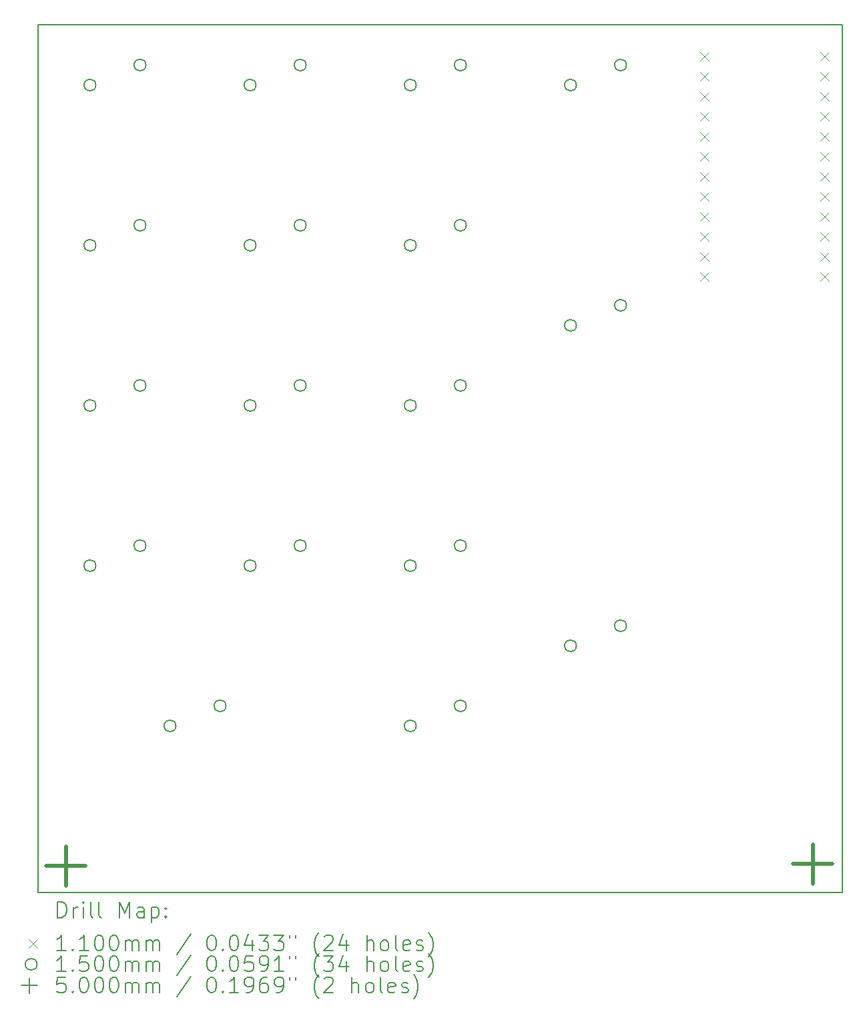
<source format=gbr>
%TF.GenerationSoftware,KiCad,Pcbnew,8.0.3*%
%TF.CreationDate,2024-06-20T00:29:53+02:00*%
%TF.ProjectId,macro=REV2,6d616372-6f3d-4524-9556-322e6b696361,2*%
%TF.SameCoordinates,Original*%
%TF.FileFunction,Drillmap*%
%TF.FilePolarity,Positive*%
%FSLAX45Y45*%
G04 Gerber Fmt 4.5, Leading zero omitted, Abs format (unit mm)*
G04 Created by KiCad (PCBNEW 8.0.3) date 2024-06-20 00:29:53*
%MOMM*%
%LPD*%
G01*
G04 APERTURE LIST*
%ADD10C,0.200000*%
%ADD11C,0.110000*%
%ADD12C,0.150000*%
%ADD13C,0.500000*%
G04 APERTURE END LIST*
D10*
X6070600Y-2032000D02*
X16270600Y-2032000D01*
X16270600Y-13032000D01*
X6070600Y-13032000D01*
X6070600Y-2032000D01*
D11*
X14475000Y-2375000D02*
X14585000Y-2485000D01*
X14585000Y-2375000D02*
X14475000Y-2485000D01*
X14475000Y-2629000D02*
X14585000Y-2739000D01*
X14585000Y-2629000D02*
X14475000Y-2739000D01*
X14475000Y-2883000D02*
X14585000Y-2993000D01*
X14585000Y-2883000D02*
X14475000Y-2993000D01*
X14475000Y-3137000D02*
X14585000Y-3247000D01*
X14585000Y-3137000D02*
X14475000Y-3247000D01*
X14475000Y-3391000D02*
X14585000Y-3501000D01*
X14585000Y-3391000D02*
X14475000Y-3501000D01*
X14475000Y-3645000D02*
X14585000Y-3755000D01*
X14585000Y-3645000D02*
X14475000Y-3755000D01*
X14475000Y-3899000D02*
X14585000Y-4009000D01*
X14585000Y-3899000D02*
X14475000Y-4009000D01*
X14475000Y-4153000D02*
X14585000Y-4263000D01*
X14585000Y-4153000D02*
X14475000Y-4263000D01*
X14475000Y-4407000D02*
X14585000Y-4517000D01*
X14585000Y-4407000D02*
X14475000Y-4517000D01*
X14475000Y-4661000D02*
X14585000Y-4771000D01*
X14585000Y-4661000D02*
X14475000Y-4771000D01*
X14475000Y-4915000D02*
X14585000Y-5025000D01*
X14585000Y-4915000D02*
X14475000Y-5025000D01*
X14475000Y-5169000D02*
X14585000Y-5279000D01*
X14585000Y-5169000D02*
X14475000Y-5279000D01*
X15999000Y-2375000D02*
X16109000Y-2485000D01*
X16109000Y-2375000D02*
X15999000Y-2485000D01*
X15999000Y-2629000D02*
X16109000Y-2739000D01*
X16109000Y-2629000D02*
X15999000Y-2739000D01*
X15999000Y-2883000D02*
X16109000Y-2993000D01*
X16109000Y-2883000D02*
X15999000Y-2993000D01*
X15999000Y-3137000D02*
X16109000Y-3247000D01*
X16109000Y-3137000D02*
X15999000Y-3247000D01*
X15999000Y-3391000D02*
X16109000Y-3501000D01*
X16109000Y-3391000D02*
X15999000Y-3501000D01*
X15999000Y-3645000D02*
X16109000Y-3755000D01*
X16109000Y-3645000D02*
X15999000Y-3755000D01*
X15999000Y-3899000D02*
X16109000Y-4009000D01*
X16109000Y-3899000D02*
X15999000Y-4009000D01*
X15999000Y-4153000D02*
X16109000Y-4263000D01*
X16109000Y-4153000D02*
X15999000Y-4263000D01*
X15999000Y-4407000D02*
X16109000Y-4517000D01*
X16109000Y-4407000D02*
X15999000Y-4517000D01*
X15999000Y-4661000D02*
X16109000Y-4771000D01*
X16109000Y-4661000D02*
X15999000Y-4771000D01*
X15999000Y-4915000D02*
X16109000Y-5025000D01*
X16109000Y-4915000D02*
X15999000Y-5025000D01*
X15999000Y-5169000D02*
X16109000Y-5279000D01*
X16109000Y-5169000D02*
X15999000Y-5279000D01*
D12*
X6806000Y-2794000D02*
G75*
G02*
X6656000Y-2794000I-75000J0D01*
G01*
X6656000Y-2794000D02*
G75*
G02*
X6806000Y-2794000I75000J0D01*
G01*
X6806000Y-4826000D02*
G75*
G02*
X6656000Y-4826000I-75000J0D01*
G01*
X6656000Y-4826000D02*
G75*
G02*
X6806000Y-4826000I75000J0D01*
G01*
X6806000Y-6858000D02*
G75*
G02*
X6656000Y-6858000I-75000J0D01*
G01*
X6656000Y-6858000D02*
G75*
G02*
X6806000Y-6858000I75000J0D01*
G01*
X6806000Y-8890000D02*
G75*
G02*
X6656000Y-8890000I-75000J0D01*
G01*
X6656000Y-8890000D02*
G75*
G02*
X6806000Y-8890000I75000J0D01*
G01*
X7441000Y-2540000D02*
G75*
G02*
X7291000Y-2540000I-75000J0D01*
G01*
X7291000Y-2540000D02*
G75*
G02*
X7441000Y-2540000I75000J0D01*
G01*
X7441000Y-4572000D02*
G75*
G02*
X7291000Y-4572000I-75000J0D01*
G01*
X7291000Y-4572000D02*
G75*
G02*
X7441000Y-4572000I75000J0D01*
G01*
X7441000Y-6604000D02*
G75*
G02*
X7291000Y-6604000I-75000J0D01*
G01*
X7291000Y-6604000D02*
G75*
G02*
X7441000Y-6604000I75000J0D01*
G01*
X7441000Y-8636000D02*
G75*
G02*
X7291000Y-8636000I-75000J0D01*
G01*
X7291000Y-8636000D02*
G75*
G02*
X7441000Y-8636000I75000J0D01*
G01*
X7822000Y-10922000D02*
G75*
G02*
X7672000Y-10922000I-75000J0D01*
G01*
X7672000Y-10922000D02*
G75*
G02*
X7822000Y-10922000I75000J0D01*
G01*
X8457000Y-10668000D02*
G75*
G02*
X8307000Y-10668000I-75000J0D01*
G01*
X8307000Y-10668000D02*
G75*
G02*
X8457000Y-10668000I75000J0D01*
G01*
X8838000Y-2794000D02*
G75*
G02*
X8688000Y-2794000I-75000J0D01*
G01*
X8688000Y-2794000D02*
G75*
G02*
X8838000Y-2794000I75000J0D01*
G01*
X8838000Y-4826000D02*
G75*
G02*
X8688000Y-4826000I-75000J0D01*
G01*
X8688000Y-4826000D02*
G75*
G02*
X8838000Y-4826000I75000J0D01*
G01*
X8838000Y-6858000D02*
G75*
G02*
X8688000Y-6858000I-75000J0D01*
G01*
X8688000Y-6858000D02*
G75*
G02*
X8838000Y-6858000I75000J0D01*
G01*
X8838000Y-8890000D02*
G75*
G02*
X8688000Y-8890000I-75000J0D01*
G01*
X8688000Y-8890000D02*
G75*
G02*
X8838000Y-8890000I75000J0D01*
G01*
X9473000Y-2540000D02*
G75*
G02*
X9323000Y-2540000I-75000J0D01*
G01*
X9323000Y-2540000D02*
G75*
G02*
X9473000Y-2540000I75000J0D01*
G01*
X9473000Y-4572000D02*
G75*
G02*
X9323000Y-4572000I-75000J0D01*
G01*
X9323000Y-4572000D02*
G75*
G02*
X9473000Y-4572000I75000J0D01*
G01*
X9473000Y-6604000D02*
G75*
G02*
X9323000Y-6604000I-75000J0D01*
G01*
X9323000Y-6604000D02*
G75*
G02*
X9473000Y-6604000I75000J0D01*
G01*
X9473000Y-8636000D02*
G75*
G02*
X9323000Y-8636000I-75000J0D01*
G01*
X9323000Y-8636000D02*
G75*
G02*
X9473000Y-8636000I75000J0D01*
G01*
X10870000Y-2794000D02*
G75*
G02*
X10720000Y-2794000I-75000J0D01*
G01*
X10720000Y-2794000D02*
G75*
G02*
X10870000Y-2794000I75000J0D01*
G01*
X10870000Y-4826000D02*
G75*
G02*
X10720000Y-4826000I-75000J0D01*
G01*
X10720000Y-4826000D02*
G75*
G02*
X10870000Y-4826000I75000J0D01*
G01*
X10870000Y-6858000D02*
G75*
G02*
X10720000Y-6858000I-75000J0D01*
G01*
X10720000Y-6858000D02*
G75*
G02*
X10870000Y-6858000I75000J0D01*
G01*
X10870000Y-8890000D02*
G75*
G02*
X10720000Y-8890000I-75000J0D01*
G01*
X10720000Y-8890000D02*
G75*
G02*
X10870000Y-8890000I75000J0D01*
G01*
X10870000Y-10922000D02*
G75*
G02*
X10720000Y-10922000I-75000J0D01*
G01*
X10720000Y-10922000D02*
G75*
G02*
X10870000Y-10922000I75000J0D01*
G01*
X11505000Y-2540000D02*
G75*
G02*
X11355000Y-2540000I-75000J0D01*
G01*
X11355000Y-2540000D02*
G75*
G02*
X11505000Y-2540000I75000J0D01*
G01*
X11505000Y-4572000D02*
G75*
G02*
X11355000Y-4572000I-75000J0D01*
G01*
X11355000Y-4572000D02*
G75*
G02*
X11505000Y-4572000I75000J0D01*
G01*
X11505000Y-6604000D02*
G75*
G02*
X11355000Y-6604000I-75000J0D01*
G01*
X11355000Y-6604000D02*
G75*
G02*
X11505000Y-6604000I75000J0D01*
G01*
X11505000Y-8636000D02*
G75*
G02*
X11355000Y-8636000I-75000J0D01*
G01*
X11355000Y-8636000D02*
G75*
G02*
X11505000Y-8636000I75000J0D01*
G01*
X11505000Y-10668000D02*
G75*
G02*
X11355000Y-10668000I-75000J0D01*
G01*
X11355000Y-10668000D02*
G75*
G02*
X11505000Y-10668000I75000J0D01*
G01*
X12902000Y-2794000D02*
G75*
G02*
X12752000Y-2794000I-75000J0D01*
G01*
X12752000Y-2794000D02*
G75*
G02*
X12902000Y-2794000I75000J0D01*
G01*
X12902000Y-5842000D02*
G75*
G02*
X12752000Y-5842000I-75000J0D01*
G01*
X12752000Y-5842000D02*
G75*
G02*
X12902000Y-5842000I75000J0D01*
G01*
X12902000Y-9906000D02*
G75*
G02*
X12752000Y-9906000I-75000J0D01*
G01*
X12752000Y-9906000D02*
G75*
G02*
X12902000Y-9906000I75000J0D01*
G01*
X13537000Y-2540000D02*
G75*
G02*
X13387000Y-2540000I-75000J0D01*
G01*
X13387000Y-2540000D02*
G75*
G02*
X13537000Y-2540000I75000J0D01*
G01*
X13537000Y-5588000D02*
G75*
G02*
X13387000Y-5588000I-75000J0D01*
G01*
X13387000Y-5588000D02*
G75*
G02*
X13537000Y-5588000I75000J0D01*
G01*
X13537000Y-9652000D02*
G75*
G02*
X13387000Y-9652000I-75000J0D01*
G01*
X13387000Y-9652000D02*
G75*
G02*
X13537000Y-9652000I75000J0D01*
G01*
D13*
X6425000Y-12450000D02*
X6425000Y-12950000D01*
X6175000Y-12700000D02*
X6675000Y-12700000D01*
X15900000Y-12425000D02*
X15900000Y-12925000D01*
X15650000Y-12675000D02*
X16150000Y-12675000D01*
D10*
X6321377Y-13353484D02*
X6321377Y-13153484D01*
X6321377Y-13153484D02*
X6368996Y-13153484D01*
X6368996Y-13153484D02*
X6397567Y-13163008D01*
X6397567Y-13163008D02*
X6416615Y-13182055D01*
X6416615Y-13182055D02*
X6426139Y-13201103D01*
X6426139Y-13201103D02*
X6435662Y-13239198D01*
X6435662Y-13239198D02*
X6435662Y-13267769D01*
X6435662Y-13267769D02*
X6426139Y-13305865D01*
X6426139Y-13305865D02*
X6416615Y-13324912D01*
X6416615Y-13324912D02*
X6397567Y-13343960D01*
X6397567Y-13343960D02*
X6368996Y-13353484D01*
X6368996Y-13353484D02*
X6321377Y-13353484D01*
X6521377Y-13353484D02*
X6521377Y-13220150D01*
X6521377Y-13258246D02*
X6530901Y-13239198D01*
X6530901Y-13239198D02*
X6540424Y-13229674D01*
X6540424Y-13229674D02*
X6559472Y-13220150D01*
X6559472Y-13220150D02*
X6578520Y-13220150D01*
X6645186Y-13353484D02*
X6645186Y-13220150D01*
X6645186Y-13153484D02*
X6635662Y-13163008D01*
X6635662Y-13163008D02*
X6645186Y-13172531D01*
X6645186Y-13172531D02*
X6654710Y-13163008D01*
X6654710Y-13163008D02*
X6645186Y-13153484D01*
X6645186Y-13153484D02*
X6645186Y-13172531D01*
X6768996Y-13353484D02*
X6749948Y-13343960D01*
X6749948Y-13343960D02*
X6740424Y-13324912D01*
X6740424Y-13324912D02*
X6740424Y-13153484D01*
X6873758Y-13353484D02*
X6854710Y-13343960D01*
X6854710Y-13343960D02*
X6845186Y-13324912D01*
X6845186Y-13324912D02*
X6845186Y-13153484D01*
X7102329Y-13353484D02*
X7102329Y-13153484D01*
X7102329Y-13153484D02*
X7168996Y-13296341D01*
X7168996Y-13296341D02*
X7235662Y-13153484D01*
X7235662Y-13153484D02*
X7235662Y-13353484D01*
X7416615Y-13353484D02*
X7416615Y-13248722D01*
X7416615Y-13248722D02*
X7407091Y-13229674D01*
X7407091Y-13229674D02*
X7388043Y-13220150D01*
X7388043Y-13220150D02*
X7349948Y-13220150D01*
X7349948Y-13220150D02*
X7330901Y-13229674D01*
X7416615Y-13343960D02*
X7397567Y-13353484D01*
X7397567Y-13353484D02*
X7349948Y-13353484D01*
X7349948Y-13353484D02*
X7330901Y-13343960D01*
X7330901Y-13343960D02*
X7321377Y-13324912D01*
X7321377Y-13324912D02*
X7321377Y-13305865D01*
X7321377Y-13305865D02*
X7330901Y-13286817D01*
X7330901Y-13286817D02*
X7349948Y-13277293D01*
X7349948Y-13277293D02*
X7397567Y-13277293D01*
X7397567Y-13277293D02*
X7416615Y-13267769D01*
X7511853Y-13220150D02*
X7511853Y-13420150D01*
X7511853Y-13229674D02*
X7530901Y-13220150D01*
X7530901Y-13220150D02*
X7568996Y-13220150D01*
X7568996Y-13220150D02*
X7588043Y-13229674D01*
X7588043Y-13229674D02*
X7597567Y-13239198D01*
X7597567Y-13239198D02*
X7607091Y-13258246D01*
X7607091Y-13258246D02*
X7607091Y-13315388D01*
X7607091Y-13315388D02*
X7597567Y-13334436D01*
X7597567Y-13334436D02*
X7588043Y-13343960D01*
X7588043Y-13343960D02*
X7568996Y-13353484D01*
X7568996Y-13353484D02*
X7530901Y-13353484D01*
X7530901Y-13353484D02*
X7511853Y-13343960D01*
X7692805Y-13334436D02*
X7702329Y-13343960D01*
X7702329Y-13343960D02*
X7692805Y-13353484D01*
X7692805Y-13353484D02*
X7683282Y-13343960D01*
X7683282Y-13343960D02*
X7692805Y-13334436D01*
X7692805Y-13334436D02*
X7692805Y-13353484D01*
X7692805Y-13229674D02*
X7702329Y-13239198D01*
X7702329Y-13239198D02*
X7692805Y-13248722D01*
X7692805Y-13248722D02*
X7683282Y-13239198D01*
X7683282Y-13239198D02*
X7692805Y-13229674D01*
X7692805Y-13229674D02*
X7692805Y-13248722D01*
D11*
X5950600Y-13627000D02*
X6060600Y-13737000D01*
X6060600Y-13627000D02*
X5950600Y-13737000D01*
D10*
X6426139Y-13773484D02*
X6311853Y-13773484D01*
X6368996Y-13773484D02*
X6368996Y-13573484D01*
X6368996Y-13573484D02*
X6349948Y-13602055D01*
X6349948Y-13602055D02*
X6330901Y-13621103D01*
X6330901Y-13621103D02*
X6311853Y-13630627D01*
X6511853Y-13754436D02*
X6521377Y-13763960D01*
X6521377Y-13763960D02*
X6511853Y-13773484D01*
X6511853Y-13773484D02*
X6502329Y-13763960D01*
X6502329Y-13763960D02*
X6511853Y-13754436D01*
X6511853Y-13754436D02*
X6511853Y-13773484D01*
X6711853Y-13773484D02*
X6597567Y-13773484D01*
X6654710Y-13773484D02*
X6654710Y-13573484D01*
X6654710Y-13573484D02*
X6635662Y-13602055D01*
X6635662Y-13602055D02*
X6616615Y-13621103D01*
X6616615Y-13621103D02*
X6597567Y-13630627D01*
X6835662Y-13573484D02*
X6854710Y-13573484D01*
X6854710Y-13573484D02*
X6873758Y-13583008D01*
X6873758Y-13583008D02*
X6883282Y-13592531D01*
X6883282Y-13592531D02*
X6892805Y-13611579D01*
X6892805Y-13611579D02*
X6902329Y-13649674D01*
X6902329Y-13649674D02*
X6902329Y-13697293D01*
X6902329Y-13697293D02*
X6892805Y-13735388D01*
X6892805Y-13735388D02*
X6883282Y-13754436D01*
X6883282Y-13754436D02*
X6873758Y-13763960D01*
X6873758Y-13763960D02*
X6854710Y-13773484D01*
X6854710Y-13773484D02*
X6835662Y-13773484D01*
X6835662Y-13773484D02*
X6816615Y-13763960D01*
X6816615Y-13763960D02*
X6807091Y-13754436D01*
X6807091Y-13754436D02*
X6797567Y-13735388D01*
X6797567Y-13735388D02*
X6788043Y-13697293D01*
X6788043Y-13697293D02*
X6788043Y-13649674D01*
X6788043Y-13649674D02*
X6797567Y-13611579D01*
X6797567Y-13611579D02*
X6807091Y-13592531D01*
X6807091Y-13592531D02*
X6816615Y-13583008D01*
X6816615Y-13583008D02*
X6835662Y-13573484D01*
X7026139Y-13573484D02*
X7045186Y-13573484D01*
X7045186Y-13573484D02*
X7064234Y-13583008D01*
X7064234Y-13583008D02*
X7073758Y-13592531D01*
X7073758Y-13592531D02*
X7083282Y-13611579D01*
X7083282Y-13611579D02*
X7092805Y-13649674D01*
X7092805Y-13649674D02*
X7092805Y-13697293D01*
X7092805Y-13697293D02*
X7083282Y-13735388D01*
X7083282Y-13735388D02*
X7073758Y-13754436D01*
X7073758Y-13754436D02*
X7064234Y-13763960D01*
X7064234Y-13763960D02*
X7045186Y-13773484D01*
X7045186Y-13773484D02*
X7026139Y-13773484D01*
X7026139Y-13773484D02*
X7007091Y-13763960D01*
X7007091Y-13763960D02*
X6997567Y-13754436D01*
X6997567Y-13754436D02*
X6988043Y-13735388D01*
X6988043Y-13735388D02*
X6978520Y-13697293D01*
X6978520Y-13697293D02*
X6978520Y-13649674D01*
X6978520Y-13649674D02*
X6988043Y-13611579D01*
X6988043Y-13611579D02*
X6997567Y-13592531D01*
X6997567Y-13592531D02*
X7007091Y-13583008D01*
X7007091Y-13583008D02*
X7026139Y-13573484D01*
X7178520Y-13773484D02*
X7178520Y-13640150D01*
X7178520Y-13659198D02*
X7188043Y-13649674D01*
X7188043Y-13649674D02*
X7207091Y-13640150D01*
X7207091Y-13640150D02*
X7235663Y-13640150D01*
X7235663Y-13640150D02*
X7254710Y-13649674D01*
X7254710Y-13649674D02*
X7264234Y-13668722D01*
X7264234Y-13668722D02*
X7264234Y-13773484D01*
X7264234Y-13668722D02*
X7273758Y-13649674D01*
X7273758Y-13649674D02*
X7292805Y-13640150D01*
X7292805Y-13640150D02*
X7321377Y-13640150D01*
X7321377Y-13640150D02*
X7340424Y-13649674D01*
X7340424Y-13649674D02*
X7349948Y-13668722D01*
X7349948Y-13668722D02*
X7349948Y-13773484D01*
X7445186Y-13773484D02*
X7445186Y-13640150D01*
X7445186Y-13659198D02*
X7454710Y-13649674D01*
X7454710Y-13649674D02*
X7473758Y-13640150D01*
X7473758Y-13640150D02*
X7502329Y-13640150D01*
X7502329Y-13640150D02*
X7521377Y-13649674D01*
X7521377Y-13649674D02*
X7530901Y-13668722D01*
X7530901Y-13668722D02*
X7530901Y-13773484D01*
X7530901Y-13668722D02*
X7540424Y-13649674D01*
X7540424Y-13649674D02*
X7559472Y-13640150D01*
X7559472Y-13640150D02*
X7588043Y-13640150D01*
X7588043Y-13640150D02*
X7607091Y-13649674D01*
X7607091Y-13649674D02*
X7616615Y-13668722D01*
X7616615Y-13668722D02*
X7616615Y-13773484D01*
X8007091Y-13563960D02*
X7835663Y-13821103D01*
X8264234Y-13573484D02*
X8283282Y-13573484D01*
X8283282Y-13573484D02*
X8302329Y-13583008D01*
X8302329Y-13583008D02*
X8311853Y-13592531D01*
X8311853Y-13592531D02*
X8321377Y-13611579D01*
X8321377Y-13611579D02*
X8330901Y-13649674D01*
X8330901Y-13649674D02*
X8330901Y-13697293D01*
X8330901Y-13697293D02*
X8321377Y-13735388D01*
X8321377Y-13735388D02*
X8311853Y-13754436D01*
X8311853Y-13754436D02*
X8302329Y-13763960D01*
X8302329Y-13763960D02*
X8283282Y-13773484D01*
X8283282Y-13773484D02*
X8264234Y-13773484D01*
X8264234Y-13773484D02*
X8245186Y-13763960D01*
X8245186Y-13763960D02*
X8235663Y-13754436D01*
X8235663Y-13754436D02*
X8226139Y-13735388D01*
X8226139Y-13735388D02*
X8216615Y-13697293D01*
X8216615Y-13697293D02*
X8216615Y-13649674D01*
X8216615Y-13649674D02*
X8226139Y-13611579D01*
X8226139Y-13611579D02*
X8235663Y-13592531D01*
X8235663Y-13592531D02*
X8245186Y-13583008D01*
X8245186Y-13583008D02*
X8264234Y-13573484D01*
X8416615Y-13754436D02*
X8426139Y-13763960D01*
X8426139Y-13763960D02*
X8416615Y-13773484D01*
X8416615Y-13773484D02*
X8407091Y-13763960D01*
X8407091Y-13763960D02*
X8416615Y-13754436D01*
X8416615Y-13754436D02*
X8416615Y-13773484D01*
X8549948Y-13573484D02*
X8568996Y-13573484D01*
X8568996Y-13573484D02*
X8588044Y-13583008D01*
X8588044Y-13583008D02*
X8597568Y-13592531D01*
X8597568Y-13592531D02*
X8607091Y-13611579D01*
X8607091Y-13611579D02*
X8616615Y-13649674D01*
X8616615Y-13649674D02*
X8616615Y-13697293D01*
X8616615Y-13697293D02*
X8607091Y-13735388D01*
X8607091Y-13735388D02*
X8597568Y-13754436D01*
X8597568Y-13754436D02*
X8588044Y-13763960D01*
X8588044Y-13763960D02*
X8568996Y-13773484D01*
X8568996Y-13773484D02*
X8549948Y-13773484D01*
X8549948Y-13773484D02*
X8530901Y-13763960D01*
X8530901Y-13763960D02*
X8521377Y-13754436D01*
X8521377Y-13754436D02*
X8511853Y-13735388D01*
X8511853Y-13735388D02*
X8502329Y-13697293D01*
X8502329Y-13697293D02*
X8502329Y-13649674D01*
X8502329Y-13649674D02*
X8511853Y-13611579D01*
X8511853Y-13611579D02*
X8521377Y-13592531D01*
X8521377Y-13592531D02*
X8530901Y-13583008D01*
X8530901Y-13583008D02*
X8549948Y-13573484D01*
X8788044Y-13640150D02*
X8788044Y-13773484D01*
X8740425Y-13563960D02*
X8692806Y-13706817D01*
X8692806Y-13706817D02*
X8816615Y-13706817D01*
X8873758Y-13573484D02*
X8997568Y-13573484D01*
X8997568Y-13573484D02*
X8930901Y-13649674D01*
X8930901Y-13649674D02*
X8959472Y-13649674D01*
X8959472Y-13649674D02*
X8978520Y-13659198D01*
X8978520Y-13659198D02*
X8988044Y-13668722D01*
X8988044Y-13668722D02*
X8997568Y-13687769D01*
X8997568Y-13687769D02*
X8997568Y-13735388D01*
X8997568Y-13735388D02*
X8988044Y-13754436D01*
X8988044Y-13754436D02*
X8978520Y-13763960D01*
X8978520Y-13763960D02*
X8959472Y-13773484D01*
X8959472Y-13773484D02*
X8902329Y-13773484D01*
X8902329Y-13773484D02*
X8883282Y-13763960D01*
X8883282Y-13763960D02*
X8873758Y-13754436D01*
X9064234Y-13573484D02*
X9188044Y-13573484D01*
X9188044Y-13573484D02*
X9121377Y-13649674D01*
X9121377Y-13649674D02*
X9149949Y-13649674D01*
X9149949Y-13649674D02*
X9168996Y-13659198D01*
X9168996Y-13659198D02*
X9178520Y-13668722D01*
X9178520Y-13668722D02*
X9188044Y-13687769D01*
X9188044Y-13687769D02*
X9188044Y-13735388D01*
X9188044Y-13735388D02*
X9178520Y-13754436D01*
X9178520Y-13754436D02*
X9168996Y-13763960D01*
X9168996Y-13763960D02*
X9149949Y-13773484D01*
X9149949Y-13773484D02*
X9092806Y-13773484D01*
X9092806Y-13773484D02*
X9073758Y-13763960D01*
X9073758Y-13763960D02*
X9064234Y-13754436D01*
X9264234Y-13573484D02*
X9264234Y-13611579D01*
X9340425Y-13573484D02*
X9340425Y-13611579D01*
X9635663Y-13849674D02*
X9626139Y-13840150D01*
X9626139Y-13840150D02*
X9607091Y-13811579D01*
X9607091Y-13811579D02*
X9597568Y-13792531D01*
X9597568Y-13792531D02*
X9588044Y-13763960D01*
X9588044Y-13763960D02*
X9578520Y-13716341D01*
X9578520Y-13716341D02*
X9578520Y-13678246D01*
X9578520Y-13678246D02*
X9588044Y-13630627D01*
X9588044Y-13630627D02*
X9597568Y-13602055D01*
X9597568Y-13602055D02*
X9607091Y-13583008D01*
X9607091Y-13583008D02*
X9626139Y-13554436D01*
X9626139Y-13554436D02*
X9635663Y-13544912D01*
X9702330Y-13592531D02*
X9711853Y-13583008D01*
X9711853Y-13583008D02*
X9730901Y-13573484D01*
X9730901Y-13573484D02*
X9778520Y-13573484D01*
X9778520Y-13573484D02*
X9797568Y-13583008D01*
X9797568Y-13583008D02*
X9807091Y-13592531D01*
X9807091Y-13592531D02*
X9816615Y-13611579D01*
X9816615Y-13611579D02*
X9816615Y-13630627D01*
X9816615Y-13630627D02*
X9807091Y-13659198D01*
X9807091Y-13659198D02*
X9692806Y-13773484D01*
X9692806Y-13773484D02*
X9816615Y-13773484D01*
X9988044Y-13640150D02*
X9988044Y-13773484D01*
X9940425Y-13563960D02*
X9892806Y-13706817D01*
X9892806Y-13706817D02*
X10016615Y-13706817D01*
X10245187Y-13773484D02*
X10245187Y-13573484D01*
X10330901Y-13773484D02*
X10330901Y-13668722D01*
X10330901Y-13668722D02*
X10321377Y-13649674D01*
X10321377Y-13649674D02*
X10302330Y-13640150D01*
X10302330Y-13640150D02*
X10273758Y-13640150D01*
X10273758Y-13640150D02*
X10254711Y-13649674D01*
X10254711Y-13649674D02*
X10245187Y-13659198D01*
X10454711Y-13773484D02*
X10435663Y-13763960D01*
X10435663Y-13763960D02*
X10426139Y-13754436D01*
X10426139Y-13754436D02*
X10416615Y-13735388D01*
X10416615Y-13735388D02*
X10416615Y-13678246D01*
X10416615Y-13678246D02*
X10426139Y-13659198D01*
X10426139Y-13659198D02*
X10435663Y-13649674D01*
X10435663Y-13649674D02*
X10454711Y-13640150D01*
X10454711Y-13640150D02*
X10483282Y-13640150D01*
X10483282Y-13640150D02*
X10502330Y-13649674D01*
X10502330Y-13649674D02*
X10511853Y-13659198D01*
X10511853Y-13659198D02*
X10521377Y-13678246D01*
X10521377Y-13678246D02*
X10521377Y-13735388D01*
X10521377Y-13735388D02*
X10511853Y-13754436D01*
X10511853Y-13754436D02*
X10502330Y-13763960D01*
X10502330Y-13763960D02*
X10483282Y-13773484D01*
X10483282Y-13773484D02*
X10454711Y-13773484D01*
X10635663Y-13773484D02*
X10616615Y-13763960D01*
X10616615Y-13763960D02*
X10607092Y-13744912D01*
X10607092Y-13744912D02*
X10607092Y-13573484D01*
X10788044Y-13763960D02*
X10768996Y-13773484D01*
X10768996Y-13773484D02*
X10730901Y-13773484D01*
X10730901Y-13773484D02*
X10711853Y-13763960D01*
X10711853Y-13763960D02*
X10702330Y-13744912D01*
X10702330Y-13744912D02*
X10702330Y-13668722D01*
X10702330Y-13668722D02*
X10711853Y-13649674D01*
X10711853Y-13649674D02*
X10730901Y-13640150D01*
X10730901Y-13640150D02*
X10768996Y-13640150D01*
X10768996Y-13640150D02*
X10788044Y-13649674D01*
X10788044Y-13649674D02*
X10797568Y-13668722D01*
X10797568Y-13668722D02*
X10797568Y-13687769D01*
X10797568Y-13687769D02*
X10702330Y-13706817D01*
X10873758Y-13763960D02*
X10892806Y-13773484D01*
X10892806Y-13773484D02*
X10930901Y-13773484D01*
X10930901Y-13773484D02*
X10949949Y-13763960D01*
X10949949Y-13763960D02*
X10959473Y-13744912D01*
X10959473Y-13744912D02*
X10959473Y-13735388D01*
X10959473Y-13735388D02*
X10949949Y-13716341D01*
X10949949Y-13716341D02*
X10930901Y-13706817D01*
X10930901Y-13706817D02*
X10902330Y-13706817D01*
X10902330Y-13706817D02*
X10883282Y-13697293D01*
X10883282Y-13697293D02*
X10873758Y-13678246D01*
X10873758Y-13678246D02*
X10873758Y-13668722D01*
X10873758Y-13668722D02*
X10883282Y-13649674D01*
X10883282Y-13649674D02*
X10902330Y-13640150D01*
X10902330Y-13640150D02*
X10930901Y-13640150D01*
X10930901Y-13640150D02*
X10949949Y-13649674D01*
X11026139Y-13849674D02*
X11035663Y-13840150D01*
X11035663Y-13840150D02*
X11054711Y-13811579D01*
X11054711Y-13811579D02*
X11064234Y-13792531D01*
X11064234Y-13792531D02*
X11073758Y-13763960D01*
X11073758Y-13763960D02*
X11083282Y-13716341D01*
X11083282Y-13716341D02*
X11083282Y-13678246D01*
X11083282Y-13678246D02*
X11073758Y-13630627D01*
X11073758Y-13630627D02*
X11064234Y-13602055D01*
X11064234Y-13602055D02*
X11054711Y-13583008D01*
X11054711Y-13583008D02*
X11035663Y-13554436D01*
X11035663Y-13554436D02*
X11026139Y-13544912D01*
D12*
X6060600Y-13946000D02*
G75*
G02*
X5910600Y-13946000I-75000J0D01*
G01*
X5910600Y-13946000D02*
G75*
G02*
X6060600Y-13946000I75000J0D01*
G01*
D10*
X6426139Y-14037484D02*
X6311853Y-14037484D01*
X6368996Y-14037484D02*
X6368996Y-13837484D01*
X6368996Y-13837484D02*
X6349948Y-13866055D01*
X6349948Y-13866055D02*
X6330901Y-13885103D01*
X6330901Y-13885103D02*
X6311853Y-13894627D01*
X6511853Y-14018436D02*
X6521377Y-14027960D01*
X6521377Y-14027960D02*
X6511853Y-14037484D01*
X6511853Y-14037484D02*
X6502329Y-14027960D01*
X6502329Y-14027960D02*
X6511853Y-14018436D01*
X6511853Y-14018436D02*
X6511853Y-14037484D01*
X6702329Y-13837484D02*
X6607091Y-13837484D01*
X6607091Y-13837484D02*
X6597567Y-13932722D01*
X6597567Y-13932722D02*
X6607091Y-13923198D01*
X6607091Y-13923198D02*
X6626139Y-13913674D01*
X6626139Y-13913674D02*
X6673758Y-13913674D01*
X6673758Y-13913674D02*
X6692805Y-13923198D01*
X6692805Y-13923198D02*
X6702329Y-13932722D01*
X6702329Y-13932722D02*
X6711853Y-13951769D01*
X6711853Y-13951769D02*
X6711853Y-13999388D01*
X6711853Y-13999388D02*
X6702329Y-14018436D01*
X6702329Y-14018436D02*
X6692805Y-14027960D01*
X6692805Y-14027960D02*
X6673758Y-14037484D01*
X6673758Y-14037484D02*
X6626139Y-14037484D01*
X6626139Y-14037484D02*
X6607091Y-14027960D01*
X6607091Y-14027960D02*
X6597567Y-14018436D01*
X6835662Y-13837484D02*
X6854710Y-13837484D01*
X6854710Y-13837484D02*
X6873758Y-13847008D01*
X6873758Y-13847008D02*
X6883282Y-13856531D01*
X6883282Y-13856531D02*
X6892805Y-13875579D01*
X6892805Y-13875579D02*
X6902329Y-13913674D01*
X6902329Y-13913674D02*
X6902329Y-13961293D01*
X6902329Y-13961293D02*
X6892805Y-13999388D01*
X6892805Y-13999388D02*
X6883282Y-14018436D01*
X6883282Y-14018436D02*
X6873758Y-14027960D01*
X6873758Y-14027960D02*
X6854710Y-14037484D01*
X6854710Y-14037484D02*
X6835662Y-14037484D01*
X6835662Y-14037484D02*
X6816615Y-14027960D01*
X6816615Y-14027960D02*
X6807091Y-14018436D01*
X6807091Y-14018436D02*
X6797567Y-13999388D01*
X6797567Y-13999388D02*
X6788043Y-13961293D01*
X6788043Y-13961293D02*
X6788043Y-13913674D01*
X6788043Y-13913674D02*
X6797567Y-13875579D01*
X6797567Y-13875579D02*
X6807091Y-13856531D01*
X6807091Y-13856531D02*
X6816615Y-13847008D01*
X6816615Y-13847008D02*
X6835662Y-13837484D01*
X7026139Y-13837484D02*
X7045186Y-13837484D01*
X7045186Y-13837484D02*
X7064234Y-13847008D01*
X7064234Y-13847008D02*
X7073758Y-13856531D01*
X7073758Y-13856531D02*
X7083282Y-13875579D01*
X7083282Y-13875579D02*
X7092805Y-13913674D01*
X7092805Y-13913674D02*
X7092805Y-13961293D01*
X7092805Y-13961293D02*
X7083282Y-13999388D01*
X7083282Y-13999388D02*
X7073758Y-14018436D01*
X7073758Y-14018436D02*
X7064234Y-14027960D01*
X7064234Y-14027960D02*
X7045186Y-14037484D01*
X7045186Y-14037484D02*
X7026139Y-14037484D01*
X7026139Y-14037484D02*
X7007091Y-14027960D01*
X7007091Y-14027960D02*
X6997567Y-14018436D01*
X6997567Y-14018436D02*
X6988043Y-13999388D01*
X6988043Y-13999388D02*
X6978520Y-13961293D01*
X6978520Y-13961293D02*
X6978520Y-13913674D01*
X6978520Y-13913674D02*
X6988043Y-13875579D01*
X6988043Y-13875579D02*
X6997567Y-13856531D01*
X6997567Y-13856531D02*
X7007091Y-13847008D01*
X7007091Y-13847008D02*
X7026139Y-13837484D01*
X7178520Y-14037484D02*
X7178520Y-13904150D01*
X7178520Y-13923198D02*
X7188043Y-13913674D01*
X7188043Y-13913674D02*
X7207091Y-13904150D01*
X7207091Y-13904150D02*
X7235663Y-13904150D01*
X7235663Y-13904150D02*
X7254710Y-13913674D01*
X7254710Y-13913674D02*
X7264234Y-13932722D01*
X7264234Y-13932722D02*
X7264234Y-14037484D01*
X7264234Y-13932722D02*
X7273758Y-13913674D01*
X7273758Y-13913674D02*
X7292805Y-13904150D01*
X7292805Y-13904150D02*
X7321377Y-13904150D01*
X7321377Y-13904150D02*
X7340424Y-13913674D01*
X7340424Y-13913674D02*
X7349948Y-13932722D01*
X7349948Y-13932722D02*
X7349948Y-14037484D01*
X7445186Y-14037484D02*
X7445186Y-13904150D01*
X7445186Y-13923198D02*
X7454710Y-13913674D01*
X7454710Y-13913674D02*
X7473758Y-13904150D01*
X7473758Y-13904150D02*
X7502329Y-13904150D01*
X7502329Y-13904150D02*
X7521377Y-13913674D01*
X7521377Y-13913674D02*
X7530901Y-13932722D01*
X7530901Y-13932722D02*
X7530901Y-14037484D01*
X7530901Y-13932722D02*
X7540424Y-13913674D01*
X7540424Y-13913674D02*
X7559472Y-13904150D01*
X7559472Y-13904150D02*
X7588043Y-13904150D01*
X7588043Y-13904150D02*
X7607091Y-13913674D01*
X7607091Y-13913674D02*
X7616615Y-13932722D01*
X7616615Y-13932722D02*
X7616615Y-14037484D01*
X8007091Y-13827960D02*
X7835663Y-14085103D01*
X8264234Y-13837484D02*
X8283282Y-13837484D01*
X8283282Y-13837484D02*
X8302329Y-13847008D01*
X8302329Y-13847008D02*
X8311853Y-13856531D01*
X8311853Y-13856531D02*
X8321377Y-13875579D01*
X8321377Y-13875579D02*
X8330901Y-13913674D01*
X8330901Y-13913674D02*
X8330901Y-13961293D01*
X8330901Y-13961293D02*
X8321377Y-13999388D01*
X8321377Y-13999388D02*
X8311853Y-14018436D01*
X8311853Y-14018436D02*
X8302329Y-14027960D01*
X8302329Y-14027960D02*
X8283282Y-14037484D01*
X8283282Y-14037484D02*
X8264234Y-14037484D01*
X8264234Y-14037484D02*
X8245186Y-14027960D01*
X8245186Y-14027960D02*
X8235663Y-14018436D01*
X8235663Y-14018436D02*
X8226139Y-13999388D01*
X8226139Y-13999388D02*
X8216615Y-13961293D01*
X8216615Y-13961293D02*
X8216615Y-13913674D01*
X8216615Y-13913674D02*
X8226139Y-13875579D01*
X8226139Y-13875579D02*
X8235663Y-13856531D01*
X8235663Y-13856531D02*
X8245186Y-13847008D01*
X8245186Y-13847008D02*
X8264234Y-13837484D01*
X8416615Y-14018436D02*
X8426139Y-14027960D01*
X8426139Y-14027960D02*
X8416615Y-14037484D01*
X8416615Y-14037484D02*
X8407091Y-14027960D01*
X8407091Y-14027960D02*
X8416615Y-14018436D01*
X8416615Y-14018436D02*
X8416615Y-14037484D01*
X8549948Y-13837484D02*
X8568996Y-13837484D01*
X8568996Y-13837484D02*
X8588044Y-13847008D01*
X8588044Y-13847008D02*
X8597568Y-13856531D01*
X8597568Y-13856531D02*
X8607091Y-13875579D01*
X8607091Y-13875579D02*
X8616615Y-13913674D01*
X8616615Y-13913674D02*
X8616615Y-13961293D01*
X8616615Y-13961293D02*
X8607091Y-13999388D01*
X8607091Y-13999388D02*
X8597568Y-14018436D01*
X8597568Y-14018436D02*
X8588044Y-14027960D01*
X8588044Y-14027960D02*
X8568996Y-14037484D01*
X8568996Y-14037484D02*
X8549948Y-14037484D01*
X8549948Y-14037484D02*
X8530901Y-14027960D01*
X8530901Y-14027960D02*
X8521377Y-14018436D01*
X8521377Y-14018436D02*
X8511853Y-13999388D01*
X8511853Y-13999388D02*
X8502329Y-13961293D01*
X8502329Y-13961293D02*
X8502329Y-13913674D01*
X8502329Y-13913674D02*
X8511853Y-13875579D01*
X8511853Y-13875579D02*
X8521377Y-13856531D01*
X8521377Y-13856531D02*
X8530901Y-13847008D01*
X8530901Y-13847008D02*
X8549948Y-13837484D01*
X8797568Y-13837484D02*
X8702329Y-13837484D01*
X8702329Y-13837484D02*
X8692806Y-13932722D01*
X8692806Y-13932722D02*
X8702329Y-13923198D01*
X8702329Y-13923198D02*
X8721377Y-13913674D01*
X8721377Y-13913674D02*
X8768996Y-13913674D01*
X8768996Y-13913674D02*
X8788044Y-13923198D01*
X8788044Y-13923198D02*
X8797568Y-13932722D01*
X8797568Y-13932722D02*
X8807091Y-13951769D01*
X8807091Y-13951769D02*
X8807091Y-13999388D01*
X8807091Y-13999388D02*
X8797568Y-14018436D01*
X8797568Y-14018436D02*
X8788044Y-14027960D01*
X8788044Y-14027960D02*
X8768996Y-14037484D01*
X8768996Y-14037484D02*
X8721377Y-14037484D01*
X8721377Y-14037484D02*
X8702329Y-14027960D01*
X8702329Y-14027960D02*
X8692806Y-14018436D01*
X8902329Y-14037484D02*
X8940425Y-14037484D01*
X8940425Y-14037484D02*
X8959472Y-14027960D01*
X8959472Y-14027960D02*
X8968996Y-14018436D01*
X8968996Y-14018436D02*
X8988044Y-13989865D01*
X8988044Y-13989865D02*
X8997568Y-13951769D01*
X8997568Y-13951769D02*
X8997568Y-13875579D01*
X8997568Y-13875579D02*
X8988044Y-13856531D01*
X8988044Y-13856531D02*
X8978520Y-13847008D01*
X8978520Y-13847008D02*
X8959472Y-13837484D01*
X8959472Y-13837484D02*
X8921377Y-13837484D01*
X8921377Y-13837484D02*
X8902329Y-13847008D01*
X8902329Y-13847008D02*
X8892806Y-13856531D01*
X8892806Y-13856531D02*
X8883282Y-13875579D01*
X8883282Y-13875579D02*
X8883282Y-13923198D01*
X8883282Y-13923198D02*
X8892806Y-13942246D01*
X8892806Y-13942246D02*
X8902329Y-13951769D01*
X8902329Y-13951769D02*
X8921377Y-13961293D01*
X8921377Y-13961293D02*
X8959472Y-13961293D01*
X8959472Y-13961293D02*
X8978520Y-13951769D01*
X8978520Y-13951769D02*
X8988044Y-13942246D01*
X8988044Y-13942246D02*
X8997568Y-13923198D01*
X9188044Y-14037484D02*
X9073758Y-14037484D01*
X9130901Y-14037484D02*
X9130901Y-13837484D01*
X9130901Y-13837484D02*
X9111853Y-13866055D01*
X9111853Y-13866055D02*
X9092806Y-13885103D01*
X9092806Y-13885103D02*
X9073758Y-13894627D01*
X9264234Y-13837484D02*
X9264234Y-13875579D01*
X9340425Y-13837484D02*
X9340425Y-13875579D01*
X9635663Y-14113674D02*
X9626139Y-14104150D01*
X9626139Y-14104150D02*
X9607091Y-14075579D01*
X9607091Y-14075579D02*
X9597568Y-14056531D01*
X9597568Y-14056531D02*
X9588044Y-14027960D01*
X9588044Y-14027960D02*
X9578520Y-13980341D01*
X9578520Y-13980341D02*
X9578520Y-13942246D01*
X9578520Y-13942246D02*
X9588044Y-13894627D01*
X9588044Y-13894627D02*
X9597568Y-13866055D01*
X9597568Y-13866055D02*
X9607091Y-13847008D01*
X9607091Y-13847008D02*
X9626139Y-13818436D01*
X9626139Y-13818436D02*
X9635663Y-13808912D01*
X9692806Y-13837484D02*
X9816615Y-13837484D01*
X9816615Y-13837484D02*
X9749949Y-13913674D01*
X9749949Y-13913674D02*
X9778520Y-13913674D01*
X9778520Y-13913674D02*
X9797568Y-13923198D01*
X9797568Y-13923198D02*
X9807091Y-13932722D01*
X9807091Y-13932722D02*
X9816615Y-13951769D01*
X9816615Y-13951769D02*
X9816615Y-13999388D01*
X9816615Y-13999388D02*
X9807091Y-14018436D01*
X9807091Y-14018436D02*
X9797568Y-14027960D01*
X9797568Y-14027960D02*
X9778520Y-14037484D01*
X9778520Y-14037484D02*
X9721377Y-14037484D01*
X9721377Y-14037484D02*
X9702330Y-14027960D01*
X9702330Y-14027960D02*
X9692806Y-14018436D01*
X9988044Y-13904150D02*
X9988044Y-14037484D01*
X9940425Y-13827960D02*
X9892806Y-13970817D01*
X9892806Y-13970817D02*
X10016615Y-13970817D01*
X10245187Y-14037484D02*
X10245187Y-13837484D01*
X10330901Y-14037484D02*
X10330901Y-13932722D01*
X10330901Y-13932722D02*
X10321377Y-13913674D01*
X10321377Y-13913674D02*
X10302330Y-13904150D01*
X10302330Y-13904150D02*
X10273758Y-13904150D01*
X10273758Y-13904150D02*
X10254711Y-13913674D01*
X10254711Y-13913674D02*
X10245187Y-13923198D01*
X10454711Y-14037484D02*
X10435663Y-14027960D01*
X10435663Y-14027960D02*
X10426139Y-14018436D01*
X10426139Y-14018436D02*
X10416615Y-13999388D01*
X10416615Y-13999388D02*
X10416615Y-13942246D01*
X10416615Y-13942246D02*
X10426139Y-13923198D01*
X10426139Y-13923198D02*
X10435663Y-13913674D01*
X10435663Y-13913674D02*
X10454711Y-13904150D01*
X10454711Y-13904150D02*
X10483282Y-13904150D01*
X10483282Y-13904150D02*
X10502330Y-13913674D01*
X10502330Y-13913674D02*
X10511853Y-13923198D01*
X10511853Y-13923198D02*
X10521377Y-13942246D01*
X10521377Y-13942246D02*
X10521377Y-13999388D01*
X10521377Y-13999388D02*
X10511853Y-14018436D01*
X10511853Y-14018436D02*
X10502330Y-14027960D01*
X10502330Y-14027960D02*
X10483282Y-14037484D01*
X10483282Y-14037484D02*
X10454711Y-14037484D01*
X10635663Y-14037484D02*
X10616615Y-14027960D01*
X10616615Y-14027960D02*
X10607092Y-14008912D01*
X10607092Y-14008912D02*
X10607092Y-13837484D01*
X10788044Y-14027960D02*
X10768996Y-14037484D01*
X10768996Y-14037484D02*
X10730901Y-14037484D01*
X10730901Y-14037484D02*
X10711853Y-14027960D01*
X10711853Y-14027960D02*
X10702330Y-14008912D01*
X10702330Y-14008912D02*
X10702330Y-13932722D01*
X10702330Y-13932722D02*
X10711853Y-13913674D01*
X10711853Y-13913674D02*
X10730901Y-13904150D01*
X10730901Y-13904150D02*
X10768996Y-13904150D01*
X10768996Y-13904150D02*
X10788044Y-13913674D01*
X10788044Y-13913674D02*
X10797568Y-13932722D01*
X10797568Y-13932722D02*
X10797568Y-13951769D01*
X10797568Y-13951769D02*
X10702330Y-13970817D01*
X10873758Y-14027960D02*
X10892806Y-14037484D01*
X10892806Y-14037484D02*
X10930901Y-14037484D01*
X10930901Y-14037484D02*
X10949949Y-14027960D01*
X10949949Y-14027960D02*
X10959473Y-14008912D01*
X10959473Y-14008912D02*
X10959473Y-13999388D01*
X10959473Y-13999388D02*
X10949949Y-13980341D01*
X10949949Y-13980341D02*
X10930901Y-13970817D01*
X10930901Y-13970817D02*
X10902330Y-13970817D01*
X10902330Y-13970817D02*
X10883282Y-13961293D01*
X10883282Y-13961293D02*
X10873758Y-13942246D01*
X10873758Y-13942246D02*
X10873758Y-13932722D01*
X10873758Y-13932722D02*
X10883282Y-13913674D01*
X10883282Y-13913674D02*
X10902330Y-13904150D01*
X10902330Y-13904150D02*
X10930901Y-13904150D01*
X10930901Y-13904150D02*
X10949949Y-13913674D01*
X11026139Y-14113674D02*
X11035663Y-14104150D01*
X11035663Y-14104150D02*
X11054711Y-14075579D01*
X11054711Y-14075579D02*
X11064234Y-14056531D01*
X11064234Y-14056531D02*
X11073758Y-14027960D01*
X11073758Y-14027960D02*
X11083282Y-13980341D01*
X11083282Y-13980341D02*
X11083282Y-13942246D01*
X11083282Y-13942246D02*
X11073758Y-13894627D01*
X11073758Y-13894627D02*
X11064234Y-13866055D01*
X11064234Y-13866055D02*
X11054711Y-13847008D01*
X11054711Y-13847008D02*
X11035663Y-13818436D01*
X11035663Y-13818436D02*
X11026139Y-13808912D01*
X5960600Y-14116000D02*
X5960600Y-14316000D01*
X5860600Y-14216000D02*
X6060600Y-14216000D01*
X6416615Y-14107484D02*
X6321377Y-14107484D01*
X6321377Y-14107484D02*
X6311853Y-14202722D01*
X6311853Y-14202722D02*
X6321377Y-14193198D01*
X6321377Y-14193198D02*
X6340424Y-14183674D01*
X6340424Y-14183674D02*
X6388043Y-14183674D01*
X6388043Y-14183674D02*
X6407091Y-14193198D01*
X6407091Y-14193198D02*
X6416615Y-14202722D01*
X6416615Y-14202722D02*
X6426139Y-14221769D01*
X6426139Y-14221769D02*
X6426139Y-14269388D01*
X6426139Y-14269388D02*
X6416615Y-14288436D01*
X6416615Y-14288436D02*
X6407091Y-14297960D01*
X6407091Y-14297960D02*
X6388043Y-14307484D01*
X6388043Y-14307484D02*
X6340424Y-14307484D01*
X6340424Y-14307484D02*
X6321377Y-14297960D01*
X6321377Y-14297960D02*
X6311853Y-14288436D01*
X6511853Y-14288436D02*
X6521377Y-14297960D01*
X6521377Y-14297960D02*
X6511853Y-14307484D01*
X6511853Y-14307484D02*
X6502329Y-14297960D01*
X6502329Y-14297960D02*
X6511853Y-14288436D01*
X6511853Y-14288436D02*
X6511853Y-14307484D01*
X6645186Y-14107484D02*
X6664234Y-14107484D01*
X6664234Y-14107484D02*
X6683282Y-14117008D01*
X6683282Y-14117008D02*
X6692805Y-14126531D01*
X6692805Y-14126531D02*
X6702329Y-14145579D01*
X6702329Y-14145579D02*
X6711853Y-14183674D01*
X6711853Y-14183674D02*
X6711853Y-14231293D01*
X6711853Y-14231293D02*
X6702329Y-14269388D01*
X6702329Y-14269388D02*
X6692805Y-14288436D01*
X6692805Y-14288436D02*
X6683282Y-14297960D01*
X6683282Y-14297960D02*
X6664234Y-14307484D01*
X6664234Y-14307484D02*
X6645186Y-14307484D01*
X6645186Y-14307484D02*
X6626139Y-14297960D01*
X6626139Y-14297960D02*
X6616615Y-14288436D01*
X6616615Y-14288436D02*
X6607091Y-14269388D01*
X6607091Y-14269388D02*
X6597567Y-14231293D01*
X6597567Y-14231293D02*
X6597567Y-14183674D01*
X6597567Y-14183674D02*
X6607091Y-14145579D01*
X6607091Y-14145579D02*
X6616615Y-14126531D01*
X6616615Y-14126531D02*
X6626139Y-14117008D01*
X6626139Y-14117008D02*
X6645186Y-14107484D01*
X6835662Y-14107484D02*
X6854710Y-14107484D01*
X6854710Y-14107484D02*
X6873758Y-14117008D01*
X6873758Y-14117008D02*
X6883282Y-14126531D01*
X6883282Y-14126531D02*
X6892805Y-14145579D01*
X6892805Y-14145579D02*
X6902329Y-14183674D01*
X6902329Y-14183674D02*
X6902329Y-14231293D01*
X6902329Y-14231293D02*
X6892805Y-14269388D01*
X6892805Y-14269388D02*
X6883282Y-14288436D01*
X6883282Y-14288436D02*
X6873758Y-14297960D01*
X6873758Y-14297960D02*
X6854710Y-14307484D01*
X6854710Y-14307484D02*
X6835662Y-14307484D01*
X6835662Y-14307484D02*
X6816615Y-14297960D01*
X6816615Y-14297960D02*
X6807091Y-14288436D01*
X6807091Y-14288436D02*
X6797567Y-14269388D01*
X6797567Y-14269388D02*
X6788043Y-14231293D01*
X6788043Y-14231293D02*
X6788043Y-14183674D01*
X6788043Y-14183674D02*
X6797567Y-14145579D01*
X6797567Y-14145579D02*
X6807091Y-14126531D01*
X6807091Y-14126531D02*
X6816615Y-14117008D01*
X6816615Y-14117008D02*
X6835662Y-14107484D01*
X7026139Y-14107484D02*
X7045186Y-14107484D01*
X7045186Y-14107484D02*
X7064234Y-14117008D01*
X7064234Y-14117008D02*
X7073758Y-14126531D01*
X7073758Y-14126531D02*
X7083282Y-14145579D01*
X7083282Y-14145579D02*
X7092805Y-14183674D01*
X7092805Y-14183674D02*
X7092805Y-14231293D01*
X7092805Y-14231293D02*
X7083282Y-14269388D01*
X7083282Y-14269388D02*
X7073758Y-14288436D01*
X7073758Y-14288436D02*
X7064234Y-14297960D01*
X7064234Y-14297960D02*
X7045186Y-14307484D01*
X7045186Y-14307484D02*
X7026139Y-14307484D01*
X7026139Y-14307484D02*
X7007091Y-14297960D01*
X7007091Y-14297960D02*
X6997567Y-14288436D01*
X6997567Y-14288436D02*
X6988043Y-14269388D01*
X6988043Y-14269388D02*
X6978520Y-14231293D01*
X6978520Y-14231293D02*
X6978520Y-14183674D01*
X6978520Y-14183674D02*
X6988043Y-14145579D01*
X6988043Y-14145579D02*
X6997567Y-14126531D01*
X6997567Y-14126531D02*
X7007091Y-14117008D01*
X7007091Y-14117008D02*
X7026139Y-14107484D01*
X7178520Y-14307484D02*
X7178520Y-14174150D01*
X7178520Y-14193198D02*
X7188043Y-14183674D01*
X7188043Y-14183674D02*
X7207091Y-14174150D01*
X7207091Y-14174150D02*
X7235663Y-14174150D01*
X7235663Y-14174150D02*
X7254710Y-14183674D01*
X7254710Y-14183674D02*
X7264234Y-14202722D01*
X7264234Y-14202722D02*
X7264234Y-14307484D01*
X7264234Y-14202722D02*
X7273758Y-14183674D01*
X7273758Y-14183674D02*
X7292805Y-14174150D01*
X7292805Y-14174150D02*
X7321377Y-14174150D01*
X7321377Y-14174150D02*
X7340424Y-14183674D01*
X7340424Y-14183674D02*
X7349948Y-14202722D01*
X7349948Y-14202722D02*
X7349948Y-14307484D01*
X7445186Y-14307484D02*
X7445186Y-14174150D01*
X7445186Y-14193198D02*
X7454710Y-14183674D01*
X7454710Y-14183674D02*
X7473758Y-14174150D01*
X7473758Y-14174150D02*
X7502329Y-14174150D01*
X7502329Y-14174150D02*
X7521377Y-14183674D01*
X7521377Y-14183674D02*
X7530901Y-14202722D01*
X7530901Y-14202722D02*
X7530901Y-14307484D01*
X7530901Y-14202722D02*
X7540424Y-14183674D01*
X7540424Y-14183674D02*
X7559472Y-14174150D01*
X7559472Y-14174150D02*
X7588043Y-14174150D01*
X7588043Y-14174150D02*
X7607091Y-14183674D01*
X7607091Y-14183674D02*
X7616615Y-14202722D01*
X7616615Y-14202722D02*
X7616615Y-14307484D01*
X8007091Y-14097960D02*
X7835663Y-14355103D01*
X8264234Y-14107484D02*
X8283282Y-14107484D01*
X8283282Y-14107484D02*
X8302329Y-14117008D01*
X8302329Y-14117008D02*
X8311853Y-14126531D01*
X8311853Y-14126531D02*
X8321377Y-14145579D01*
X8321377Y-14145579D02*
X8330901Y-14183674D01*
X8330901Y-14183674D02*
X8330901Y-14231293D01*
X8330901Y-14231293D02*
X8321377Y-14269388D01*
X8321377Y-14269388D02*
X8311853Y-14288436D01*
X8311853Y-14288436D02*
X8302329Y-14297960D01*
X8302329Y-14297960D02*
X8283282Y-14307484D01*
X8283282Y-14307484D02*
X8264234Y-14307484D01*
X8264234Y-14307484D02*
X8245186Y-14297960D01*
X8245186Y-14297960D02*
X8235663Y-14288436D01*
X8235663Y-14288436D02*
X8226139Y-14269388D01*
X8226139Y-14269388D02*
X8216615Y-14231293D01*
X8216615Y-14231293D02*
X8216615Y-14183674D01*
X8216615Y-14183674D02*
X8226139Y-14145579D01*
X8226139Y-14145579D02*
X8235663Y-14126531D01*
X8235663Y-14126531D02*
X8245186Y-14117008D01*
X8245186Y-14117008D02*
X8264234Y-14107484D01*
X8416615Y-14288436D02*
X8426139Y-14297960D01*
X8426139Y-14297960D02*
X8416615Y-14307484D01*
X8416615Y-14307484D02*
X8407091Y-14297960D01*
X8407091Y-14297960D02*
X8416615Y-14288436D01*
X8416615Y-14288436D02*
X8416615Y-14307484D01*
X8616615Y-14307484D02*
X8502329Y-14307484D01*
X8559472Y-14307484D02*
X8559472Y-14107484D01*
X8559472Y-14107484D02*
X8540425Y-14136055D01*
X8540425Y-14136055D02*
X8521377Y-14155103D01*
X8521377Y-14155103D02*
X8502329Y-14164627D01*
X8711853Y-14307484D02*
X8749948Y-14307484D01*
X8749948Y-14307484D02*
X8768996Y-14297960D01*
X8768996Y-14297960D02*
X8778520Y-14288436D01*
X8778520Y-14288436D02*
X8797568Y-14259865D01*
X8797568Y-14259865D02*
X8807091Y-14221769D01*
X8807091Y-14221769D02*
X8807091Y-14145579D01*
X8807091Y-14145579D02*
X8797568Y-14126531D01*
X8797568Y-14126531D02*
X8788044Y-14117008D01*
X8788044Y-14117008D02*
X8768996Y-14107484D01*
X8768996Y-14107484D02*
X8730901Y-14107484D01*
X8730901Y-14107484D02*
X8711853Y-14117008D01*
X8711853Y-14117008D02*
X8702329Y-14126531D01*
X8702329Y-14126531D02*
X8692806Y-14145579D01*
X8692806Y-14145579D02*
X8692806Y-14193198D01*
X8692806Y-14193198D02*
X8702329Y-14212246D01*
X8702329Y-14212246D02*
X8711853Y-14221769D01*
X8711853Y-14221769D02*
X8730901Y-14231293D01*
X8730901Y-14231293D02*
X8768996Y-14231293D01*
X8768996Y-14231293D02*
X8788044Y-14221769D01*
X8788044Y-14221769D02*
X8797568Y-14212246D01*
X8797568Y-14212246D02*
X8807091Y-14193198D01*
X8978520Y-14107484D02*
X8940425Y-14107484D01*
X8940425Y-14107484D02*
X8921377Y-14117008D01*
X8921377Y-14117008D02*
X8911853Y-14126531D01*
X8911853Y-14126531D02*
X8892806Y-14155103D01*
X8892806Y-14155103D02*
X8883282Y-14193198D01*
X8883282Y-14193198D02*
X8883282Y-14269388D01*
X8883282Y-14269388D02*
X8892806Y-14288436D01*
X8892806Y-14288436D02*
X8902329Y-14297960D01*
X8902329Y-14297960D02*
X8921377Y-14307484D01*
X8921377Y-14307484D02*
X8959472Y-14307484D01*
X8959472Y-14307484D02*
X8978520Y-14297960D01*
X8978520Y-14297960D02*
X8988044Y-14288436D01*
X8988044Y-14288436D02*
X8997568Y-14269388D01*
X8997568Y-14269388D02*
X8997568Y-14221769D01*
X8997568Y-14221769D02*
X8988044Y-14202722D01*
X8988044Y-14202722D02*
X8978520Y-14193198D01*
X8978520Y-14193198D02*
X8959472Y-14183674D01*
X8959472Y-14183674D02*
X8921377Y-14183674D01*
X8921377Y-14183674D02*
X8902329Y-14193198D01*
X8902329Y-14193198D02*
X8892806Y-14202722D01*
X8892806Y-14202722D02*
X8883282Y-14221769D01*
X9092806Y-14307484D02*
X9130901Y-14307484D01*
X9130901Y-14307484D02*
X9149949Y-14297960D01*
X9149949Y-14297960D02*
X9159472Y-14288436D01*
X9159472Y-14288436D02*
X9178520Y-14259865D01*
X9178520Y-14259865D02*
X9188044Y-14221769D01*
X9188044Y-14221769D02*
X9188044Y-14145579D01*
X9188044Y-14145579D02*
X9178520Y-14126531D01*
X9178520Y-14126531D02*
X9168996Y-14117008D01*
X9168996Y-14117008D02*
X9149949Y-14107484D01*
X9149949Y-14107484D02*
X9111853Y-14107484D01*
X9111853Y-14107484D02*
X9092806Y-14117008D01*
X9092806Y-14117008D02*
X9083282Y-14126531D01*
X9083282Y-14126531D02*
X9073758Y-14145579D01*
X9073758Y-14145579D02*
X9073758Y-14193198D01*
X9073758Y-14193198D02*
X9083282Y-14212246D01*
X9083282Y-14212246D02*
X9092806Y-14221769D01*
X9092806Y-14221769D02*
X9111853Y-14231293D01*
X9111853Y-14231293D02*
X9149949Y-14231293D01*
X9149949Y-14231293D02*
X9168996Y-14221769D01*
X9168996Y-14221769D02*
X9178520Y-14212246D01*
X9178520Y-14212246D02*
X9188044Y-14193198D01*
X9264234Y-14107484D02*
X9264234Y-14145579D01*
X9340425Y-14107484D02*
X9340425Y-14145579D01*
X9635663Y-14383674D02*
X9626139Y-14374150D01*
X9626139Y-14374150D02*
X9607091Y-14345579D01*
X9607091Y-14345579D02*
X9597568Y-14326531D01*
X9597568Y-14326531D02*
X9588044Y-14297960D01*
X9588044Y-14297960D02*
X9578520Y-14250341D01*
X9578520Y-14250341D02*
X9578520Y-14212246D01*
X9578520Y-14212246D02*
X9588044Y-14164627D01*
X9588044Y-14164627D02*
X9597568Y-14136055D01*
X9597568Y-14136055D02*
X9607091Y-14117008D01*
X9607091Y-14117008D02*
X9626139Y-14088436D01*
X9626139Y-14088436D02*
X9635663Y-14078912D01*
X9702330Y-14126531D02*
X9711853Y-14117008D01*
X9711853Y-14117008D02*
X9730901Y-14107484D01*
X9730901Y-14107484D02*
X9778520Y-14107484D01*
X9778520Y-14107484D02*
X9797568Y-14117008D01*
X9797568Y-14117008D02*
X9807091Y-14126531D01*
X9807091Y-14126531D02*
X9816615Y-14145579D01*
X9816615Y-14145579D02*
X9816615Y-14164627D01*
X9816615Y-14164627D02*
X9807091Y-14193198D01*
X9807091Y-14193198D02*
X9692806Y-14307484D01*
X9692806Y-14307484D02*
X9816615Y-14307484D01*
X10054711Y-14307484D02*
X10054711Y-14107484D01*
X10140425Y-14307484D02*
X10140425Y-14202722D01*
X10140425Y-14202722D02*
X10130901Y-14183674D01*
X10130901Y-14183674D02*
X10111853Y-14174150D01*
X10111853Y-14174150D02*
X10083282Y-14174150D01*
X10083282Y-14174150D02*
X10064234Y-14183674D01*
X10064234Y-14183674D02*
X10054711Y-14193198D01*
X10264234Y-14307484D02*
X10245187Y-14297960D01*
X10245187Y-14297960D02*
X10235663Y-14288436D01*
X10235663Y-14288436D02*
X10226139Y-14269388D01*
X10226139Y-14269388D02*
X10226139Y-14212246D01*
X10226139Y-14212246D02*
X10235663Y-14193198D01*
X10235663Y-14193198D02*
X10245187Y-14183674D01*
X10245187Y-14183674D02*
X10264234Y-14174150D01*
X10264234Y-14174150D02*
X10292806Y-14174150D01*
X10292806Y-14174150D02*
X10311853Y-14183674D01*
X10311853Y-14183674D02*
X10321377Y-14193198D01*
X10321377Y-14193198D02*
X10330901Y-14212246D01*
X10330901Y-14212246D02*
X10330901Y-14269388D01*
X10330901Y-14269388D02*
X10321377Y-14288436D01*
X10321377Y-14288436D02*
X10311853Y-14297960D01*
X10311853Y-14297960D02*
X10292806Y-14307484D01*
X10292806Y-14307484D02*
X10264234Y-14307484D01*
X10445187Y-14307484D02*
X10426139Y-14297960D01*
X10426139Y-14297960D02*
X10416615Y-14278912D01*
X10416615Y-14278912D02*
X10416615Y-14107484D01*
X10597568Y-14297960D02*
X10578520Y-14307484D01*
X10578520Y-14307484D02*
X10540425Y-14307484D01*
X10540425Y-14307484D02*
X10521377Y-14297960D01*
X10521377Y-14297960D02*
X10511853Y-14278912D01*
X10511853Y-14278912D02*
X10511853Y-14202722D01*
X10511853Y-14202722D02*
X10521377Y-14183674D01*
X10521377Y-14183674D02*
X10540425Y-14174150D01*
X10540425Y-14174150D02*
X10578520Y-14174150D01*
X10578520Y-14174150D02*
X10597568Y-14183674D01*
X10597568Y-14183674D02*
X10607092Y-14202722D01*
X10607092Y-14202722D02*
X10607092Y-14221769D01*
X10607092Y-14221769D02*
X10511853Y-14240817D01*
X10683282Y-14297960D02*
X10702330Y-14307484D01*
X10702330Y-14307484D02*
X10740425Y-14307484D01*
X10740425Y-14307484D02*
X10759473Y-14297960D01*
X10759473Y-14297960D02*
X10768996Y-14278912D01*
X10768996Y-14278912D02*
X10768996Y-14269388D01*
X10768996Y-14269388D02*
X10759473Y-14250341D01*
X10759473Y-14250341D02*
X10740425Y-14240817D01*
X10740425Y-14240817D02*
X10711853Y-14240817D01*
X10711853Y-14240817D02*
X10692806Y-14231293D01*
X10692806Y-14231293D02*
X10683282Y-14212246D01*
X10683282Y-14212246D02*
X10683282Y-14202722D01*
X10683282Y-14202722D02*
X10692806Y-14183674D01*
X10692806Y-14183674D02*
X10711853Y-14174150D01*
X10711853Y-14174150D02*
X10740425Y-14174150D01*
X10740425Y-14174150D02*
X10759473Y-14183674D01*
X10835663Y-14383674D02*
X10845187Y-14374150D01*
X10845187Y-14374150D02*
X10864234Y-14345579D01*
X10864234Y-14345579D02*
X10873758Y-14326531D01*
X10873758Y-14326531D02*
X10883282Y-14297960D01*
X10883282Y-14297960D02*
X10892806Y-14250341D01*
X10892806Y-14250341D02*
X10892806Y-14212246D01*
X10892806Y-14212246D02*
X10883282Y-14164627D01*
X10883282Y-14164627D02*
X10873758Y-14136055D01*
X10873758Y-14136055D02*
X10864234Y-14117008D01*
X10864234Y-14117008D02*
X10845187Y-14088436D01*
X10845187Y-14088436D02*
X10835663Y-14078912D01*
M02*

</source>
